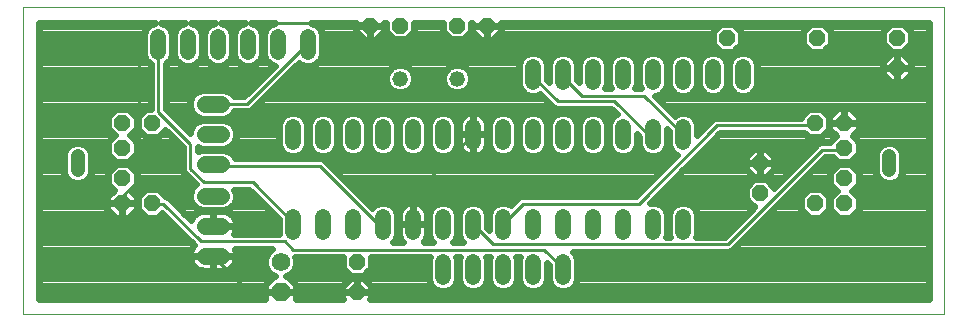
<source format=gbl>
G75*
%MOIN*%
%OFA0B0*%
%FSLAX25Y25*%
%IPPOS*%
%LPD*%
%AMOC8*
5,1,8,0,0,1.08239X$1,22.5*
%
%ADD10C,0.00000*%
%ADD11OC8,0.05200*%
%ADD12OC8,0.06200*%
%ADD13C,0.06200*%
%ADD14C,0.05200*%
%ADD15C,0.05600*%
%ADD16C,0.05200*%
%ADD17OC8,0.05543*%
%ADD18C,0.04756*%
%ADD19C,0.01000*%
%ADD20C,0.02400*%
D10*
X0005345Y0009867D02*
X0005345Y0112229D01*
X0312432Y0112229D01*
X0312432Y0009867D01*
X0005345Y0009867D01*
D11*
X0116595Y0017309D03*
X0116595Y0027309D03*
X0250974Y0050304D03*
X0250974Y0060304D03*
X0296671Y0092070D03*
X0296671Y0102070D03*
X0269926Y0101934D03*
X0239926Y0101934D03*
X0159931Y0106134D03*
X0149931Y0106134D03*
X0130967Y0106134D03*
X0120967Y0106134D03*
D12*
X0091178Y0017339D03*
D13*
X0091178Y0027339D03*
D14*
X0095345Y0037267D02*
X0095345Y0042467D01*
X0105345Y0042467D02*
X0105345Y0037267D01*
X0115345Y0037267D02*
X0115345Y0042467D01*
X0125345Y0042467D02*
X0125345Y0037267D01*
X0135345Y0037267D02*
X0135345Y0042467D01*
X0145345Y0042467D02*
X0145345Y0037267D01*
X0155345Y0037267D02*
X0155345Y0042467D01*
X0165345Y0042467D02*
X0165345Y0037267D01*
X0175345Y0037267D02*
X0175345Y0042467D01*
X0185345Y0042467D02*
X0185345Y0037267D01*
X0195345Y0037267D02*
X0195345Y0042467D01*
X0205345Y0042467D02*
X0205345Y0037267D01*
X0215345Y0037267D02*
X0215345Y0042467D01*
X0225345Y0042467D02*
X0225345Y0037267D01*
X0185345Y0027467D02*
X0185345Y0022267D01*
X0175345Y0022267D02*
X0175345Y0027467D01*
X0165345Y0027467D02*
X0165345Y0022267D01*
X0155345Y0022267D02*
X0155345Y0027467D01*
X0145345Y0027467D02*
X0145345Y0022267D01*
X0145345Y0067267D02*
X0145345Y0072467D01*
X0135345Y0072467D02*
X0135345Y0067267D01*
X0125345Y0067267D02*
X0125345Y0072467D01*
X0115345Y0072467D02*
X0115345Y0067267D01*
X0105345Y0067267D02*
X0105345Y0072467D01*
X0095345Y0072467D02*
X0095345Y0067267D01*
X0155345Y0067267D02*
X0155345Y0072467D01*
X0165345Y0072467D02*
X0165345Y0067267D01*
X0175345Y0067267D02*
X0175345Y0072467D01*
X0185345Y0072467D02*
X0185345Y0067267D01*
X0195345Y0067267D02*
X0195345Y0072467D01*
X0205345Y0072467D02*
X0205345Y0067267D01*
X0215345Y0067267D02*
X0215345Y0072467D01*
X0225345Y0072467D02*
X0225345Y0067267D01*
X0225345Y0087267D02*
X0225345Y0092467D01*
X0215345Y0092467D02*
X0215345Y0087267D01*
X0205345Y0087267D02*
X0205345Y0092467D01*
X0195345Y0092467D02*
X0195345Y0087267D01*
X0185345Y0087267D02*
X0185345Y0092467D01*
X0175345Y0092467D02*
X0175345Y0087267D01*
X0235345Y0087267D02*
X0235345Y0092467D01*
X0245345Y0092467D02*
X0245345Y0087267D01*
X0100345Y0097267D02*
X0100345Y0102467D01*
X0090345Y0102467D02*
X0090345Y0097267D01*
X0080345Y0097267D02*
X0080345Y0102467D01*
X0070345Y0102467D02*
X0070345Y0097267D01*
X0060345Y0097267D02*
X0060345Y0102467D01*
X0050345Y0102467D02*
X0050345Y0097267D01*
D15*
X0065859Y0079915D02*
X0071459Y0079915D01*
X0071459Y0069915D02*
X0065859Y0069915D01*
X0065859Y0059915D02*
X0071459Y0059915D01*
X0071493Y0049371D02*
X0065893Y0049371D01*
X0065893Y0039371D02*
X0071493Y0039371D01*
X0071493Y0029371D02*
X0065893Y0029371D01*
D16*
X0131053Y0088415D03*
X0150053Y0088415D03*
D17*
X0048307Y0073646D03*
X0038465Y0073646D03*
X0038465Y0065378D03*
X0038465Y0055142D03*
X0038465Y0046874D03*
X0048307Y0046874D03*
X0269280Y0046874D03*
X0279123Y0046874D03*
X0279123Y0055142D03*
X0279123Y0065378D03*
X0279123Y0073646D03*
X0269280Y0073646D03*
D18*
X0294084Y0062638D02*
X0294084Y0057882D01*
X0023504Y0057882D02*
X0023504Y0062638D01*
D19*
X0038645Y0049467D02*
X0044045Y0054867D01*
X0044045Y0102567D01*
X0048545Y0107067D01*
X0119645Y0107067D01*
X0120545Y0106167D01*
X0120967Y0106134D01*
X0100345Y0099867D02*
X0099845Y0099867D01*
X0080045Y0080067D01*
X0069245Y0080067D01*
X0068659Y0079915D01*
X0061145Y0066567D02*
X0050345Y0077367D01*
X0050345Y0099867D01*
X0061145Y0066567D02*
X0061145Y0058467D01*
X0065645Y0053967D01*
X0081845Y0053967D01*
X0095345Y0040467D01*
X0095345Y0039867D01*
X0092645Y0034167D02*
X0095345Y0031467D01*
X0179045Y0031467D01*
X0185345Y0025167D01*
X0185345Y0024867D01*
X0161945Y0033267D02*
X0155345Y0039867D01*
X0165345Y0039867D02*
X0165545Y0040467D01*
X0171845Y0046767D01*
X0210545Y0046767D01*
X0236645Y0072867D01*
X0269045Y0072867D01*
X0269280Y0073646D01*
X0271745Y0064767D02*
X0240245Y0033267D01*
X0161945Y0033267D01*
X0135845Y0040467D02*
X0135345Y0039867D01*
X0135845Y0040467D02*
X0135845Y0050367D01*
X0155345Y0069867D01*
X0175445Y0089067D02*
X0183545Y0080967D01*
X0202445Y0080967D01*
X0213245Y0070167D01*
X0215045Y0070167D01*
X0215345Y0069867D01*
X0224945Y0070167D02*
X0225345Y0069867D01*
X0224945Y0070167D02*
X0212345Y0082767D01*
X0191645Y0082767D01*
X0185345Y0089067D01*
X0185345Y0089867D01*
X0175445Y0089067D02*
X0175345Y0089867D01*
X0123245Y0040467D02*
X0104345Y0059367D01*
X0069245Y0059367D01*
X0068659Y0059915D01*
X0038645Y0049467D02*
X0038645Y0047667D01*
X0038465Y0046874D01*
X0048307Y0046874D02*
X0048545Y0046767D01*
X0052145Y0046767D01*
X0064745Y0034167D01*
X0092645Y0034167D01*
X0080045Y0017967D02*
X0069245Y0028767D01*
X0068693Y0029371D01*
X0080045Y0017967D02*
X0090845Y0017967D01*
X0091178Y0017339D01*
X0123245Y0040467D02*
X0125045Y0040467D01*
X0125345Y0039867D01*
X0271745Y0064767D02*
X0278945Y0064767D01*
X0279123Y0065378D01*
D20*
X0283895Y0065032D02*
X0290337Y0065032D01*
X0290372Y0065118D02*
X0289706Y0063509D01*
X0289706Y0057012D01*
X0290372Y0055402D01*
X0291604Y0054171D01*
X0293213Y0053504D01*
X0294954Y0053504D01*
X0296564Y0054171D01*
X0297795Y0055402D01*
X0298462Y0057012D01*
X0298462Y0063509D01*
X0297795Y0065118D01*
X0296564Y0066350D01*
X0294954Y0067016D01*
X0293213Y0067016D01*
X0291604Y0066350D01*
X0290372Y0065118D01*
X0289706Y0062634D02*
X0283127Y0062634D01*
X0283895Y0063402D02*
X0283895Y0067355D01*
X0281879Y0069371D01*
X0284095Y0071587D01*
X0284095Y0073646D01*
X0279123Y0073646D01*
X0279123Y0073646D01*
X0274151Y0073646D01*
X0274151Y0071587D01*
X0276367Y0069371D01*
X0274351Y0067355D01*
X0274351Y0067267D01*
X0271248Y0067267D01*
X0270329Y0066886D01*
X0255574Y0052131D01*
X0255574Y0052209D01*
X0252880Y0054904D01*
X0249069Y0054904D01*
X0246374Y0052209D01*
X0246374Y0048398D01*
X0249069Y0045704D01*
X0249147Y0045704D01*
X0239210Y0035767D01*
X0229703Y0035767D01*
X0229945Y0036352D01*
X0229945Y0043382D01*
X0229245Y0045072D01*
X0227951Y0046366D01*
X0226260Y0047067D01*
X0224430Y0047067D01*
X0222740Y0046366D01*
X0221446Y0045072D01*
X0220745Y0043382D01*
X0220745Y0036352D01*
X0220988Y0035767D01*
X0219703Y0035767D01*
X0219945Y0036352D01*
X0219945Y0043382D01*
X0219245Y0045072D01*
X0217951Y0046366D01*
X0216260Y0047067D01*
X0214430Y0047067D01*
X0214346Y0047032D01*
X0237681Y0070367D01*
X0265812Y0070367D01*
X0267304Y0068874D01*
X0271257Y0068874D01*
X0274052Y0071670D01*
X0274052Y0075623D01*
X0271257Y0078418D01*
X0267304Y0078418D01*
X0264509Y0075623D01*
X0264509Y0075367D01*
X0236148Y0075367D01*
X0235229Y0074986D01*
X0229945Y0069702D01*
X0229945Y0073382D01*
X0229245Y0075072D01*
X0227951Y0076366D01*
X0226260Y0077067D01*
X0224430Y0077067D01*
X0222740Y0076366D01*
X0222510Y0076137D01*
X0215981Y0082667D01*
X0216260Y0082667D01*
X0217951Y0083367D01*
X0219245Y0084661D01*
X0219945Y0086352D01*
X0219945Y0093382D01*
X0219245Y0095072D01*
X0217951Y0096366D01*
X0216260Y0097067D01*
X0214430Y0097067D01*
X0212740Y0096366D01*
X0211446Y0095072D01*
X0210745Y0093382D01*
X0210745Y0086352D01*
X0211195Y0085267D01*
X0209496Y0085267D01*
X0209945Y0086352D01*
X0209945Y0093382D01*
X0209245Y0095072D01*
X0207951Y0096366D01*
X0206260Y0097067D01*
X0204430Y0097067D01*
X0202740Y0096366D01*
X0201446Y0095072D01*
X0200745Y0093382D01*
X0200745Y0086352D01*
X0201195Y0085267D01*
X0199496Y0085267D01*
X0199945Y0086352D01*
X0199945Y0093382D01*
X0199245Y0095072D01*
X0197951Y0096366D01*
X0196260Y0097067D01*
X0194430Y0097067D01*
X0192740Y0096366D01*
X0191446Y0095072D01*
X0190745Y0093382D01*
X0190745Y0087202D01*
X0189945Y0088002D01*
X0189945Y0093382D01*
X0189245Y0095072D01*
X0187951Y0096366D01*
X0186260Y0097067D01*
X0184430Y0097067D01*
X0182740Y0096366D01*
X0181446Y0095072D01*
X0180745Y0093382D01*
X0180745Y0087302D01*
X0179945Y0088102D01*
X0179945Y0093382D01*
X0179245Y0095072D01*
X0177951Y0096366D01*
X0176260Y0097067D01*
X0174430Y0097067D01*
X0172740Y0096366D01*
X0171446Y0095072D01*
X0170745Y0093382D01*
X0170745Y0086352D01*
X0171446Y0084661D01*
X0172740Y0083367D01*
X0174430Y0082667D01*
X0176260Y0082667D01*
X0177710Y0083267D01*
X0182129Y0078847D01*
X0183048Y0078467D01*
X0201410Y0078467D01*
X0203284Y0076592D01*
X0202740Y0076366D01*
X0201446Y0075072D01*
X0200745Y0073382D01*
X0200745Y0066352D01*
X0201446Y0064661D01*
X0202740Y0063367D01*
X0204430Y0062667D01*
X0206260Y0062667D01*
X0207951Y0063367D01*
X0209245Y0064661D01*
X0209945Y0066352D01*
X0209945Y0069931D01*
X0210745Y0069131D01*
X0210745Y0066352D01*
X0211446Y0064661D01*
X0212740Y0063367D01*
X0214430Y0062667D01*
X0216260Y0062667D01*
X0217951Y0063367D01*
X0219245Y0064661D01*
X0219945Y0066352D01*
X0219945Y0071631D01*
X0220745Y0070831D01*
X0220745Y0066352D01*
X0221446Y0064661D01*
X0222740Y0063367D01*
X0223355Y0063112D01*
X0209510Y0049267D01*
X0171348Y0049267D01*
X0170429Y0048886D01*
X0167922Y0046378D01*
X0166260Y0047067D01*
X0164430Y0047067D01*
X0162740Y0046366D01*
X0161446Y0045072D01*
X0160745Y0043382D01*
X0160745Y0038002D01*
X0159945Y0038802D01*
X0159945Y0043382D01*
X0159245Y0045072D01*
X0157951Y0046366D01*
X0156260Y0047067D01*
X0154430Y0047067D01*
X0152740Y0046366D01*
X0151446Y0045072D01*
X0150745Y0043382D01*
X0150745Y0036352D01*
X0151446Y0034661D01*
X0152140Y0033967D01*
X0148551Y0033967D01*
X0149245Y0034661D01*
X0149945Y0036352D01*
X0149945Y0043382D01*
X0149245Y0045072D01*
X0147951Y0046366D01*
X0146260Y0047067D01*
X0144430Y0047067D01*
X0142740Y0046366D01*
X0141446Y0045072D01*
X0140745Y0043382D01*
X0140745Y0036352D01*
X0141446Y0034661D01*
X0142140Y0033967D01*
X0138834Y0033967D01*
X0139007Y0034140D01*
X0139451Y0034751D01*
X0139794Y0035424D01*
X0140027Y0036143D01*
X0140145Y0036889D01*
X0140145Y0039867D01*
X0140145Y0042844D01*
X0140027Y0043591D01*
X0139794Y0044309D01*
X0139451Y0044982D01*
X0139007Y0045594D01*
X0138472Y0046128D01*
X0137861Y0046572D01*
X0137188Y0046915D01*
X0136469Y0047148D01*
X0135723Y0047267D01*
X0135345Y0047267D01*
X0134968Y0047267D01*
X0134221Y0047148D01*
X0133503Y0046915D01*
X0132830Y0046572D01*
X0132218Y0046128D01*
X0131684Y0045594D01*
X0131240Y0044982D01*
X0130897Y0044309D01*
X0130664Y0043591D01*
X0130545Y0042844D01*
X0130545Y0039867D01*
X0135345Y0039867D01*
X0135345Y0047267D01*
X0135345Y0039867D01*
X0135345Y0039867D01*
X0135345Y0039867D01*
X0130545Y0039867D01*
X0130545Y0036889D01*
X0130664Y0036143D01*
X0130897Y0035424D01*
X0131240Y0034751D01*
X0131684Y0034140D01*
X0131857Y0033967D01*
X0128551Y0033967D01*
X0129245Y0034661D01*
X0129945Y0036352D01*
X0129945Y0043382D01*
X0129245Y0045072D01*
X0127951Y0046366D01*
X0126260Y0047067D01*
X0124430Y0047067D01*
X0122740Y0046366D01*
X0121810Y0045437D01*
X0106465Y0060783D01*
X0105761Y0061486D01*
X0104843Y0061867D01*
X0075846Y0061867D01*
X0075528Y0062634D01*
X0154070Y0062634D01*
X0154221Y0062585D02*
X0154968Y0062467D01*
X0155345Y0062467D01*
X0155345Y0069866D01*
X0155345Y0069866D01*
X0155345Y0069867D02*
X0150545Y0069867D01*
X0155345Y0069867D01*
X0155345Y0077267D01*
X0154968Y0077267D01*
X0154221Y0077148D01*
X0153503Y0076915D01*
X0152830Y0076572D01*
X0152218Y0076128D01*
X0151684Y0075594D01*
X0151240Y0074982D01*
X0150897Y0074309D01*
X0150664Y0073591D01*
X0150545Y0072844D01*
X0150545Y0069867D01*
X0150545Y0066889D01*
X0150664Y0066143D01*
X0150897Y0065424D01*
X0151240Y0064751D01*
X0151684Y0064140D01*
X0152218Y0063605D01*
X0152830Y0063161D01*
X0153503Y0062818D01*
X0154221Y0062585D01*
X0155345Y0062634D02*
X0155345Y0062634D01*
X0155345Y0062467D02*
X0155723Y0062467D01*
X0156469Y0062585D01*
X0157188Y0062818D01*
X0157861Y0063161D01*
X0158472Y0063605D01*
X0159007Y0064140D01*
X0159451Y0064751D01*
X0159794Y0065424D01*
X0160027Y0066143D01*
X0160145Y0066889D01*
X0160145Y0069867D01*
X0160145Y0072844D01*
X0160027Y0073591D01*
X0159794Y0074309D01*
X0159451Y0074982D01*
X0159007Y0075594D01*
X0158472Y0076128D01*
X0157861Y0076572D01*
X0157188Y0076915D01*
X0156469Y0077148D01*
X0155723Y0077267D01*
X0155345Y0077267D01*
X0155345Y0069867D01*
X0155345Y0069867D01*
X0155345Y0069867D01*
X0160145Y0069867D01*
X0155345Y0069867D01*
X0155345Y0069867D01*
X0155345Y0069866D02*
X0155345Y0062467D01*
X0156620Y0062634D02*
X0222877Y0062634D01*
X0221292Y0065032D02*
X0219399Y0065032D01*
X0219945Y0067431D02*
X0220745Y0067431D01*
X0220745Y0069829D02*
X0219945Y0069829D01*
X0210745Y0067431D02*
X0209945Y0067431D01*
X0209945Y0069829D02*
X0210047Y0069829D01*
X0200745Y0069829D02*
X0199945Y0069829D01*
X0199945Y0067431D02*
X0200745Y0067431D01*
X0199945Y0066352D02*
X0199245Y0064661D01*
X0197951Y0063367D01*
X0196260Y0062667D01*
X0194430Y0062667D01*
X0192740Y0063367D01*
X0191446Y0064661D01*
X0190745Y0066352D01*
X0190745Y0073382D01*
X0191446Y0075072D01*
X0192740Y0076366D01*
X0194430Y0077067D01*
X0196260Y0077067D01*
X0197951Y0076366D01*
X0199245Y0075072D01*
X0199945Y0073382D01*
X0199945Y0066352D01*
X0199399Y0065032D02*
X0201292Y0065032D01*
X0209399Y0065032D02*
X0211292Y0065032D01*
X0220479Y0060235D02*
X0107012Y0060235D01*
X0106260Y0062667D02*
X0104430Y0062667D01*
X0102740Y0063367D01*
X0101446Y0064661D01*
X0100745Y0066352D01*
X0100745Y0073382D01*
X0101446Y0075072D01*
X0102740Y0076366D01*
X0104430Y0077067D01*
X0106260Y0077067D01*
X0107951Y0076366D01*
X0109245Y0075072D01*
X0109945Y0073382D01*
X0109945Y0066352D01*
X0109245Y0064661D01*
X0107951Y0063367D01*
X0106260Y0062667D01*
X0109399Y0065032D02*
X0111292Y0065032D01*
X0111446Y0064661D02*
X0112740Y0063367D01*
X0114430Y0062667D01*
X0116260Y0062667D01*
X0117951Y0063367D01*
X0119245Y0064661D01*
X0119945Y0066352D01*
X0119945Y0073382D01*
X0119245Y0075072D01*
X0117951Y0076366D01*
X0116260Y0077067D01*
X0114430Y0077067D01*
X0112740Y0076366D01*
X0111446Y0075072D01*
X0110745Y0073382D01*
X0110745Y0066352D01*
X0111446Y0064661D01*
X0110745Y0067431D02*
X0109945Y0067431D01*
X0109945Y0069829D02*
X0110745Y0069829D01*
X0110745Y0072228D02*
X0109945Y0072228D01*
X0109430Y0074626D02*
X0111261Y0074626D01*
X0114330Y0077025D02*
X0106361Y0077025D01*
X0104330Y0077025D02*
X0096361Y0077025D01*
X0096260Y0077067D02*
X0094430Y0077067D01*
X0092740Y0076366D01*
X0091446Y0075072D01*
X0090745Y0073382D01*
X0090745Y0066352D01*
X0091446Y0064661D01*
X0092740Y0063367D01*
X0094430Y0062667D01*
X0096260Y0062667D01*
X0097951Y0063367D01*
X0099245Y0064661D01*
X0099945Y0066352D01*
X0099945Y0073382D01*
X0099245Y0075072D01*
X0097951Y0076366D01*
X0096260Y0077067D01*
X0094330Y0077025D02*
X0075358Y0077025D01*
X0075528Y0077196D02*
X0075682Y0077567D01*
X0080543Y0077567D01*
X0081461Y0077947D01*
X0082165Y0078650D01*
X0097310Y0093796D01*
X0097740Y0093367D01*
X0099430Y0092667D01*
X0101260Y0092667D01*
X0102951Y0093367D01*
X0104245Y0094661D01*
X0104945Y0096352D01*
X0104945Y0103382D01*
X0104245Y0105072D01*
X0102951Y0106366D01*
X0101352Y0107029D01*
X0116167Y0107029D01*
X0116167Y0106134D01*
X0116167Y0104146D01*
X0118979Y0101334D01*
X0120967Y0101334D01*
X0120967Y0106134D01*
X0116167Y0106134D01*
X0120967Y0106134D01*
X0120967Y0106134D01*
X0120967Y0106134D01*
X0120967Y0101334D01*
X0122955Y0101334D01*
X0125767Y0104146D01*
X0125767Y0106134D01*
X0120967Y0106134D01*
X0120967Y0106134D01*
X0125767Y0106134D01*
X0125767Y0107029D01*
X0126367Y0107029D01*
X0126367Y0104229D01*
X0129062Y0101534D01*
X0132872Y0101534D01*
X0135567Y0104229D01*
X0135567Y0107029D01*
X0145331Y0107029D01*
X0145331Y0104229D01*
X0148025Y0101534D01*
X0151836Y0101534D01*
X0154531Y0104229D01*
X0154531Y0107029D01*
X0155131Y0107029D01*
X0155131Y0106134D01*
X0155131Y0104146D01*
X0157943Y0101334D01*
X0159931Y0101334D01*
X0161919Y0101334D01*
X0164731Y0104146D01*
X0164731Y0106134D01*
X0164731Y0107029D01*
X0307232Y0107029D01*
X0307232Y0015067D01*
X0121141Y0015067D01*
X0121395Y0015320D01*
X0121395Y0017309D01*
X0121395Y0019297D01*
X0118583Y0022109D01*
X0116595Y0022109D01*
X0116595Y0017309D01*
X0116595Y0017309D01*
X0121395Y0017309D01*
X0116595Y0017309D01*
X0116595Y0017309D01*
X0116595Y0022109D01*
X0114606Y0022109D01*
X0111795Y0019297D01*
X0111795Y0017309D01*
X0116594Y0017309D01*
X0116594Y0017309D01*
X0111795Y0017309D01*
X0111795Y0015320D01*
X0112048Y0015067D01*
X0096401Y0015067D01*
X0096478Y0015143D01*
X0096478Y0017338D01*
X0091178Y0017338D01*
X0091178Y0017339D01*
X0096478Y0017339D01*
X0096478Y0019534D01*
X0093373Y0022639D01*
X0093158Y0022639D01*
X0094067Y0023015D01*
X0095501Y0024450D01*
X0096278Y0026324D01*
X0096278Y0028353D01*
X0096024Y0028967D01*
X0111995Y0028967D01*
X0111995Y0025403D01*
X0114689Y0022709D01*
X0118500Y0022709D01*
X0121195Y0025403D01*
X0121195Y0028967D01*
X0140988Y0028967D01*
X0140745Y0028382D01*
X0140745Y0021352D01*
X0141446Y0019661D01*
X0142740Y0018367D01*
X0144430Y0017667D01*
X0146260Y0017667D01*
X0147951Y0018367D01*
X0149245Y0019661D01*
X0149945Y0021352D01*
X0149945Y0028382D01*
X0149703Y0028967D01*
X0150988Y0028967D01*
X0150745Y0028382D01*
X0150745Y0021352D01*
X0151446Y0019661D01*
X0152740Y0018367D01*
X0154430Y0017667D01*
X0156260Y0017667D01*
X0157951Y0018367D01*
X0159245Y0019661D01*
X0159945Y0021352D01*
X0159945Y0028382D01*
X0159703Y0028967D01*
X0160988Y0028967D01*
X0160745Y0028382D01*
X0160745Y0021352D01*
X0161446Y0019661D01*
X0162740Y0018367D01*
X0164430Y0017667D01*
X0166260Y0017667D01*
X0167951Y0018367D01*
X0169245Y0019661D01*
X0169945Y0021352D01*
X0169945Y0028382D01*
X0169703Y0028967D01*
X0170988Y0028967D01*
X0170745Y0028382D01*
X0170745Y0021352D01*
X0171446Y0019661D01*
X0172740Y0018367D01*
X0174430Y0017667D01*
X0176260Y0017667D01*
X0177951Y0018367D01*
X0179245Y0019661D01*
X0179945Y0021352D01*
X0179945Y0027031D01*
X0180745Y0026231D01*
X0180745Y0021352D01*
X0181446Y0019661D01*
X0182740Y0018367D01*
X0184430Y0017667D01*
X0186260Y0017667D01*
X0187951Y0018367D01*
X0189245Y0019661D01*
X0189945Y0021352D01*
X0189945Y0028382D01*
X0189245Y0030072D01*
X0188551Y0030767D01*
X0240743Y0030767D01*
X0241661Y0031147D01*
X0242365Y0031850D01*
X0272781Y0062267D01*
X0275487Y0062267D01*
X0277146Y0060607D01*
X0281099Y0060607D01*
X0283895Y0063402D01*
X0283819Y0067431D02*
X0307232Y0067431D01*
X0307232Y0069829D02*
X0282337Y0069829D01*
X0284095Y0072228D02*
X0307232Y0072228D01*
X0307232Y0074626D02*
X0284095Y0074626D01*
X0284095Y0073646D02*
X0284095Y0075705D01*
X0281182Y0078618D01*
X0279123Y0078618D01*
X0277064Y0078618D01*
X0274151Y0075705D01*
X0274151Y0073646D01*
X0279123Y0073646D01*
X0279123Y0073646D01*
X0284095Y0073646D01*
X0279123Y0073646D02*
X0279123Y0073646D01*
X0279123Y0078618D01*
X0279123Y0073646D01*
X0279123Y0074626D02*
X0279123Y0074626D01*
X0274151Y0074626D02*
X0274052Y0074626D01*
X0274052Y0072228D02*
X0274151Y0072228D01*
X0275909Y0069829D02*
X0272212Y0069829D01*
X0274427Y0067431D02*
X0234745Y0067431D01*
X0237144Y0069829D02*
X0266349Y0069829D01*
X0268476Y0065032D02*
X0253034Y0065032D01*
X0252962Y0065104D02*
X0250974Y0065104D01*
X0248986Y0065104D01*
X0246174Y0062292D01*
X0246174Y0060304D01*
X0250974Y0060304D01*
X0250974Y0065104D01*
X0250974Y0060304D01*
X0250974Y0060304D01*
X0250974Y0060304D01*
X0246174Y0060304D01*
X0246174Y0058315D01*
X0248986Y0055504D01*
X0250974Y0055504D01*
X0250974Y0060303D01*
X0250974Y0060303D01*
X0250974Y0055504D01*
X0252962Y0055504D01*
X0255774Y0058315D01*
X0255774Y0060304D01*
X0255774Y0062292D01*
X0252962Y0065104D01*
X0250974Y0065032D02*
X0250974Y0065032D01*
X0248915Y0065032D02*
X0232347Y0065032D01*
X0229948Y0062634D02*
X0246516Y0062634D01*
X0246174Y0060235D02*
X0227550Y0060235D01*
X0225151Y0057837D02*
X0246653Y0057837D01*
X0250974Y0057837D02*
X0250974Y0057837D01*
X0255296Y0057837D02*
X0261280Y0057837D01*
X0263679Y0060235D02*
X0255774Y0060235D01*
X0255774Y0060304D02*
X0250974Y0060304D01*
X0255774Y0060304D01*
X0250974Y0060304D02*
X0250974Y0060304D01*
X0250974Y0060235D02*
X0250974Y0060235D01*
X0250974Y0062634D02*
X0250974Y0062634D01*
X0255432Y0062634D02*
X0266077Y0062634D01*
X0270750Y0060235D02*
X0289706Y0060235D01*
X0289706Y0057837D02*
X0283176Y0057837D01*
X0283895Y0057119D02*
X0281099Y0059914D01*
X0277146Y0059914D01*
X0274351Y0057119D01*
X0274351Y0053166D01*
X0276509Y0051008D01*
X0274351Y0048851D01*
X0274351Y0044898D01*
X0277146Y0042103D01*
X0281099Y0042103D01*
X0283895Y0044898D01*
X0283895Y0048851D01*
X0281737Y0051008D01*
X0283895Y0053166D01*
X0283895Y0057119D01*
X0283895Y0055438D02*
X0290357Y0055438D01*
X0283769Y0053040D02*
X0307232Y0053040D01*
X0307232Y0055438D02*
X0297810Y0055438D01*
X0298462Y0057837D02*
X0307232Y0057837D01*
X0307232Y0060235D02*
X0298462Y0060235D01*
X0298462Y0062634D02*
X0307232Y0062634D01*
X0307232Y0065032D02*
X0297831Y0065032D01*
X0275069Y0057837D02*
X0268351Y0057837D01*
X0265953Y0055438D02*
X0274351Y0055438D01*
X0274477Y0053040D02*
X0263554Y0053040D01*
X0261156Y0050641D02*
X0266299Y0050641D01*
X0267304Y0051646D02*
X0264509Y0048851D01*
X0264509Y0044898D01*
X0267304Y0042103D01*
X0271257Y0042103D01*
X0274052Y0044898D01*
X0274052Y0048851D01*
X0271257Y0051646D01*
X0267304Y0051646D01*
X0272262Y0050641D02*
X0276142Y0050641D01*
X0274351Y0048243D02*
X0274052Y0048243D01*
X0274052Y0045844D02*
X0274351Y0045844D01*
X0275804Y0043446D02*
X0272600Y0043446D01*
X0265961Y0043446D02*
X0253960Y0043446D01*
X0256359Y0045844D02*
X0264509Y0045844D01*
X0264509Y0048243D02*
X0258757Y0048243D01*
X0248928Y0045844D02*
X0228473Y0045844D01*
X0229919Y0043446D02*
X0246889Y0043446D01*
X0244490Y0041047D02*
X0229945Y0041047D01*
X0229945Y0038649D02*
X0242092Y0038649D01*
X0239693Y0036250D02*
X0229903Y0036250D01*
X0220787Y0036250D02*
X0219903Y0036250D01*
X0219945Y0038649D02*
X0220745Y0038649D01*
X0220745Y0041047D02*
X0219945Y0041047D01*
X0219919Y0043446D02*
X0220772Y0043446D01*
X0222218Y0045844D02*
X0218473Y0045844D01*
X0215557Y0048243D02*
X0246530Y0048243D01*
X0246374Y0050641D02*
X0217956Y0050641D01*
X0220354Y0053040D02*
X0247205Y0053040D01*
X0254743Y0053040D02*
X0256483Y0053040D01*
X0258882Y0055438D02*
X0222753Y0055438D01*
X0218080Y0057837D02*
X0109411Y0057837D01*
X0111809Y0055438D02*
X0215682Y0055438D01*
X0213283Y0053040D02*
X0114208Y0053040D01*
X0116606Y0050641D02*
X0210885Y0050641D01*
X0187951Y0063367D02*
X0186260Y0062667D01*
X0184430Y0062667D01*
X0182740Y0063367D01*
X0181446Y0064661D01*
X0180745Y0066352D01*
X0180745Y0073382D01*
X0181446Y0075072D01*
X0182740Y0076366D01*
X0184430Y0077067D01*
X0186260Y0077067D01*
X0187951Y0076366D01*
X0189245Y0075072D01*
X0189945Y0073382D01*
X0189945Y0066352D01*
X0189245Y0064661D01*
X0187951Y0063367D01*
X0189399Y0065032D02*
X0191292Y0065032D01*
X0190745Y0067431D02*
X0189945Y0067431D01*
X0189945Y0069829D02*
X0190745Y0069829D01*
X0190745Y0072228D02*
X0189945Y0072228D01*
X0189430Y0074626D02*
X0191261Y0074626D01*
X0194330Y0077025D02*
X0186361Y0077025D01*
X0184330Y0077025D02*
X0176361Y0077025D01*
X0176260Y0077067D02*
X0174430Y0077067D01*
X0172740Y0076366D01*
X0171446Y0075072D01*
X0170745Y0073382D01*
X0170745Y0066352D01*
X0171446Y0064661D01*
X0172740Y0063367D01*
X0174430Y0062667D01*
X0176260Y0062667D01*
X0177951Y0063367D01*
X0179245Y0064661D01*
X0179945Y0066352D01*
X0179945Y0073382D01*
X0179245Y0075072D01*
X0177951Y0076366D01*
X0176260Y0077067D01*
X0174330Y0077025D02*
X0166361Y0077025D01*
X0166260Y0077067D02*
X0164430Y0077067D01*
X0162740Y0076366D01*
X0161446Y0075072D01*
X0160745Y0073382D01*
X0160745Y0066352D01*
X0161446Y0064661D01*
X0162740Y0063367D01*
X0164430Y0062667D01*
X0166260Y0062667D01*
X0167951Y0063367D01*
X0169245Y0064661D01*
X0169945Y0066352D01*
X0169945Y0073382D01*
X0169245Y0075072D01*
X0167951Y0076366D01*
X0166260Y0077067D01*
X0164330Y0077025D02*
X0156849Y0077025D01*
X0155345Y0077025D02*
X0155345Y0077025D01*
X0153841Y0077025D02*
X0146361Y0077025D01*
X0146260Y0077067D02*
X0144430Y0077067D01*
X0142740Y0076366D01*
X0141446Y0075072D01*
X0140745Y0073382D01*
X0140745Y0066352D01*
X0141446Y0064661D01*
X0142740Y0063367D01*
X0144430Y0062667D01*
X0146260Y0062667D01*
X0147951Y0063367D01*
X0149245Y0064661D01*
X0149945Y0066352D01*
X0149945Y0073382D01*
X0149245Y0075072D01*
X0147951Y0076366D01*
X0146260Y0077067D01*
X0144330Y0077025D02*
X0136361Y0077025D01*
X0136260Y0077067D02*
X0134430Y0077067D01*
X0132740Y0076366D01*
X0131446Y0075072D01*
X0130745Y0073382D01*
X0130745Y0066352D01*
X0131446Y0064661D01*
X0132740Y0063367D01*
X0134430Y0062667D01*
X0136260Y0062667D01*
X0137951Y0063367D01*
X0139245Y0064661D01*
X0139945Y0066352D01*
X0139945Y0073382D01*
X0139245Y0075072D01*
X0137951Y0076366D01*
X0136260Y0077067D01*
X0134330Y0077025D02*
X0126361Y0077025D01*
X0126260Y0077067D02*
X0124430Y0077067D01*
X0122740Y0076366D01*
X0121446Y0075072D01*
X0120745Y0073382D01*
X0120745Y0066352D01*
X0121446Y0064661D01*
X0122740Y0063367D01*
X0124430Y0062667D01*
X0126260Y0062667D01*
X0127951Y0063367D01*
X0129245Y0064661D01*
X0129945Y0066352D01*
X0129945Y0073382D01*
X0129245Y0075072D01*
X0127951Y0076366D01*
X0126260Y0077067D01*
X0124330Y0077025D02*
X0116361Y0077025D01*
X0119430Y0074626D02*
X0121261Y0074626D01*
X0120745Y0072228D02*
X0119945Y0072228D01*
X0119945Y0069829D02*
X0120745Y0069829D01*
X0120745Y0067431D02*
X0119945Y0067431D01*
X0119399Y0065032D02*
X0121292Y0065032D01*
X0129399Y0065032D02*
X0131292Y0065032D01*
X0130745Y0067431D02*
X0129945Y0067431D01*
X0129945Y0069829D02*
X0130745Y0069829D01*
X0130745Y0072228D02*
X0129945Y0072228D01*
X0129430Y0074626D02*
X0131261Y0074626D01*
X0139430Y0074626D02*
X0141261Y0074626D01*
X0140745Y0072228D02*
X0139945Y0072228D01*
X0139945Y0069829D02*
X0140745Y0069829D01*
X0140745Y0067431D02*
X0139945Y0067431D01*
X0139399Y0065032D02*
X0141292Y0065032D01*
X0149399Y0065032D02*
X0151097Y0065032D01*
X0155345Y0065032D02*
X0155345Y0065032D01*
X0155345Y0067431D02*
X0155345Y0067431D01*
X0150545Y0067431D02*
X0149945Y0067431D01*
X0149945Y0069829D02*
X0150545Y0069829D01*
X0155345Y0069829D02*
X0155345Y0069829D01*
X0155345Y0072228D02*
X0155345Y0072228D01*
X0150545Y0072228D02*
X0149945Y0072228D01*
X0149430Y0074626D02*
X0151059Y0074626D01*
X0155345Y0074626D02*
X0155345Y0074626D01*
X0159632Y0074626D02*
X0161261Y0074626D01*
X0160745Y0072228D02*
X0160145Y0072228D01*
X0160145Y0069829D02*
X0160745Y0069829D01*
X0160745Y0067431D02*
X0160145Y0067431D01*
X0159594Y0065032D02*
X0161292Y0065032D01*
X0169399Y0065032D02*
X0171292Y0065032D01*
X0170745Y0067431D02*
X0169945Y0067431D01*
X0169945Y0069829D02*
X0170745Y0069829D01*
X0170745Y0072228D02*
X0169945Y0072228D01*
X0169430Y0074626D02*
X0171261Y0074626D01*
X0179430Y0074626D02*
X0181261Y0074626D01*
X0180745Y0072228D02*
X0179945Y0072228D01*
X0179945Y0069829D02*
X0180745Y0069829D01*
X0180745Y0067431D02*
X0179945Y0067431D01*
X0179399Y0065032D02*
X0181292Y0065032D01*
X0199945Y0072228D02*
X0200745Y0072228D01*
X0201261Y0074626D02*
X0199430Y0074626D01*
X0196361Y0077025D02*
X0202851Y0077025D01*
X0216826Y0081822D02*
X0307232Y0081822D01*
X0307232Y0084220D02*
X0248805Y0084220D01*
X0249245Y0084661D02*
X0249945Y0086352D01*
X0249945Y0093382D01*
X0249245Y0095072D01*
X0247951Y0096366D01*
X0246260Y0097067D01*
X0244430Y0097067D01*
X0242740Y0096366D01*
X0241446Y0095072D01*
X0240745Y0093382D01*
X0240745Y0086352D01*
X0241446Y0084661D01*
X0242740Y0083367D01*
X0244430Y0082667D01*
X0246260Y0082667D01*
X0247951Y0083367D01*
X0249245Y0084661D01*
X0249945Y0086619D02*
X0307232Y0086619D01*
X0307232Y0089017D02*
X0300406Y0089017D01*
X0301471Y0090082D02*
X0298659Y0087270D01*
X0296671Y0087270D01*
X0296671Y0092070D01*
X0296671Y0092070D01*
X0301471Y0092070D01*
X0301471Y0090082D01*
X0301471Y0091416D02*
X0307232Y0091416D01*
X0307232Y0093814D02*
X0301471Y0093814D01*
X0301471Y0094058D02*
X0298659Y0096870D01*
X0296671Y0096870D01*
X0296671Y0092070D01*
X0301471Y0092070D01*
X0301471Y0094058D01*
X0296671Y0093814D02*
X0296671Y0093814D01*
X0296671Y0092070D02*
X0296671Y0096870D01*
X0294683Y0096870D01*
X0291871Y0094058D01*
X0291871Y0092070D01*
X0291871Y0090082D01*
X0294683Y0087270D01*
X0296671Y0087270D01*
X0296671Y0092070D01*
X0296671Y0092070D01*
X0296671Y0092070D01*
X0291871Y0092070D01*
X0296671Y0092070D01*
X0296671Y0092070D01*
X0296671Y0091416D02*
X0296671Y0091416D01*
X0296671Y0089017D02*
X0296671Y0089017D01*
X0292935Y0089017D02*
X0249945Y0089017D01*
X0249945Y0091416D02*
X0291871Y0091416D01*
X0291871Y0093814D02*
X0249766Y0093814D01*
X0248104Y0096213D02*
X0294025Y0096213D01*
X0294765Y0097470D02*
X0298576Y0097470D01*
X0301271Y0100165D01*
X0301271Y0103975D01*
X0298576Y0106670D01*
X0294765Y0106670D01*
X0292071Y0103975D01*
X0292071Y0100165D01*
X0294765Y0097470D01*
X0293624Y0098612D02*
X0273109Y0098612D01*
X0271832Y0097334D02*
X0268021Y0097334D01*
X0265326Y0100028D01*
X0265326Y0103839D01*
X0268021Y0106534D01*
X0271832Y0106534D01*
X0274526Y0103839D01*
X0274526Y0100028D01*
X0271832Y0097334D01*
X0266743Y0098612D02*
X0243109Y0098612D01*
X0241832Y0097334D02*
X0244526Y0100028D01*
X0244526Y0103839D01*
X0241832Y0106534D01*
X0238021Y0106534D01*
X0235326Y0103839D01*
X0235326Y0100028D01*
X0238021Y0097334D01*
X0241832Y0097334D01*
X0242586Y0096213D02*
X0238104Y0096213D01*
X0237951Y0096366D02*
X0236260Y0097067D01*
X0234430Y0097067D01*
X0232740Y0096366D01*
X0231446Y0095072D01*
X0230745Y0093382D01*
X0230745Y0086352D01*
X0231446Y0084661D01*
X0232740Y0083367D01*
X0234430Y0082667D01*
X0236260Y0082667D01*
X0237951Y0083367D01*
X0239245Y0084661D01*
X0239945Y0086352D01*
X0239945Y0093382D01*
X0239245Y0095072D01*
X0237951Y0096366D01*
X0232586Y0096213D02*
X0228104Y0096213D01*
X0227951Y0096366D02*
X0226260Y0097067D01*
X0224430Y0097067D01*
X0222740Y0096366D01*
X0221446Y0095072D01*
X0220745Y0093382D01*
X0220745Y0086352D01*
X0221446Y0084661D01*
X0222740Y0083367D01*
X0224430Y0082667D01*
X0226260Y0082667D01*
X0227951Y0083367D01*
X0229245Y0084661D01*
X0229945Y0086352D01*
X0229945Y0093382D01*
X0229245Y0095072D01*
X0227951Y0096366D01*
X0222586Y0096213D02*
X0218104Y0096213D01*
X0219766Y0093814D02*
X0220925Y0093814D01*
X0220745Y0091416D02*
X0219945Y0091416D01*
X0219945Y0089017D02*
X0220745Y0089017D01*
X0220745Y0086619D02*
X0219945Y0086619D01*
X0218805Y0084220D02*
X0221886Y0084220D01*
X0228805Y0084220D02*
X0231886Y0084220D01*
X0230745Y0086619D02*
X0229945Y0086619D01*
X0229945Y0089017D02*
X0230745Y0089017D01*
X0230745Y0091416D02*
X0229945Y0091416D01*
X0229766Y0093814D02*
X0230925Y0093814D01*
X0239766Y0093814D02*
X0240925Y0093814D01*
X0240745Y0091416D02*
X0239945Y0091416D01*
X0239945Y0089017D02*
X0240745Y0089017D01*
X0240745Y0086619D02*
X0239945Y0086619D01*
X0238805Y0084220D02*
X0241886Y0084220D01*
X0226361Y0077025D02*
X0265911Y0077025D01*
X0272650Y0077025D02*
X0275471Y0077025D01*
X0279123Y0077025D02*
X0279123Y0077025D01*
X0282775Y0077025D02*
X0307232Y0077025D01*
X0307232Y0079423D02*
X0219224Y0079423D01*
X0221623Y0077025D02*
X0224330Y0077025D01*
X0229430Y0074626D02*
X0234870Y0074626D01*
X0232471Y0072228D02*
X0229945Y0072228D01*
X0229945Y0069829D02*
X0230073Y0069829D01*
X0210745Y0086619D02*
X0209945Y0086619D01*
X0209945Y0089017D02*
X0210745Y0089017D01*
X0210745Y0091416D02*
X0209945Y0091416D01*
X0209766Y0093814D02*
X0210925Y0093814D01*
X0212586Y0096213D02*
X0208104Y0096213D01*
X0202586Y0096213D02*
X0198104Y0096213D01*
X0199766Y0093814D02*
X0200925Y0093814D01*
X0200745Y0091416D02*
X0199945Y0091416D01*
X0199945Y0089017D02*
X0200745Y0089017D01*
X0200745Y0086619D02*
X0199945Y0086619D01*
X0190745Y0089017D02*
X0189945Y0089017D01*
X0189945Y0091416D02*
X0190745Y0091416D01*
X0190925Y0093814D02*
X0189766Y0093814D01*
X0188104Y0096213D02*
X0192586Y0096213D01*
X0182586Y0096213D02*
X0178104Y0096213D01*
X0179766Y0093814D02*
X0180925Y0093814D01*
X0180745Y0091416D02*
X0179945Y0091416D01*
X0179945Y0089017D02*
X0180745Y0089017D01*
X0170745Y0089017D02*
X0154653Y0089017D01*
X0154653Y0089330D02*
X0153952Y0091021D01*
X0152658Y0092315D01*
X0150968Y0093015D01*
X0149138Y0093015D01*
X0147447Y0092315D01*
X0146153Y0091021D01*
X0145453Y0089330D01*
X0145453Y0087500D01*
X0146153Y0085809D01*
X0147447Y0084515D01*
X0149138Y0083815D01*
X0150968Y0083815D01*
X0152658Y0084515D01*
X0153952Y0085809D01*
X0154653Y0087500D01*
X0154653Y0089330D01*
X0153557Y0091416D02*
X0170745Y0091416D01*
X0170925Y0093814D02*
X0103399Y0093814D01*
X0104888Y0096213D02*
X0172586Y0096213D01*
X0159931Y0101334D02*
X0159931Y0106134D01*
X0159931Y0106134D01*
X0164731Y0106134D01*
X0159931Y0106134D01*
X0159931Y0106134D01*
X0159931Y0101334D01*
X0159931Y0103409D02*
X0159931Y0103409D01*
X0163994Y0103409D02*
X0235326Y0103409D01*
X0235326Y0101010D02*
X0104945Y0101010D01*
X0104945Y0098612D02*
X0236743Y0098612D01*
X0244526Y0101010D02*
X0265326Y0101010D01*
X0265326Y0103409D02*
X0244526Y0103409D01*
X0242558Y0105807D02*
X0267294Y0105807D01*
X0272558Y0105807D02*
X0293902Y0105807D01*
X0292071Y0103409D02*
X0274526Y0103409D01*
X0274526Y0101010D02*
X0292071Y0101010D01*
X0299718Y0098612D02*
X0307232Y0098612D01*
X0307232Y0101010D02*
X0301271Y0101010D01*
X0301271Y0103409D02*
X0307232Y0103409D01*
X0307232Y0105807D02*
X0299439Y0105807D01*
X0299316Y0096213D02*
X0307232Y0096213D01*
X0296671Y0096213D02*
X0296671Y0096213D01*
X0237294Y0105807D02*
X0164731Y0105807D01*
X0159931Y0105807D02*
X0159931Y0105807D01*
X0159931Y0106134D02*
X0155131Y0106134D01*
X0159931Y0106134D01*
X0159931Y0106134D01*
X0155131Y0105807D02*
X0154531Y0105807D01*
X0153711Y0103409D02*
X0155868Y0103409D01*
X0146151Y0103409D02*
X0134747Y0103409D01*
X0135567Y0105807D02*
X0145331Y0105807D01*
X0127187Y0103409D02*
X0125030Y0103409D01*
X0120967Y0103409D02*
X0120967Y0103409D01*
X0120967Y0105807D02*
X0120967Y0105807D01*
X0125767Y0105807D02*
X0126367Y0105807D01*
X0116904Y0103409D02*
X0104934Y0103409D01*
X0103510Y0105807D02*
X0116167Y0105807D01*
X0089339Y0107029D02*
X0087740Y0106366D01*
X0086446Y0105072D01*
X0085745Y0103382D01*
X0085745Y0096352D01*
X0086446Y0094661D01*
X0087740Y0093367D01*
X0089204Y0092760D01*
X0079010Y0082567D01*
X0075556Y0082567D01*
X0075528Y0082634D01*
X0074178Y0083984D01*
X0072414Y0084715D01*
X0064904Y0084715D01*
X0063140Y0083984D01*
X0061790Y0082634D01*
X0061059Y0080870D01*
X0061059Y0078960D01*
X0061790Y0077196D01*
X0063140Y0075846D01*
X0064904Y0075115D01*
X0072414Y0075115D01*
X0074178Y0075846D01*
X0075528Y0077196D01*
X0074178Y0073984D02*
X0072414Y0074715D01*
X0064904Y0074715D01*
X0063140Y0073984D01*
X0061790Y0072634D01*
X0061059Y0070870D01*
X0061059Y0070188D01*
X0052845Y0078402D01*
X0052845Y0093323D01*
X0052951Y0093367D01*
X0054245Y0094661D01*
X0054945Y0096352D01*
X0054945Y0103382D01*
X0054245Y0105072D01*
X0052951Y0106366D01*
X0051352Y0107029D01*
X0059339Y0107029D01*
X0057740Y0106366D01*
X0056446Y0105072D01*
X0055745Y0103382D01*
X0055745Y0096352D01*
X0056446Y0094661D01*
X0057740Y0093367D01*
X0059430Y0092667D01*
X0061260Y0092667D01*
X0062951Y0093367D01*
X0064245Y0094661D01*
X0064945Y0096352D01*
X0064945Y0103382D01*
X0064245Y0105072D01*
X0062951Y0106366D01*
X0061352Y0107029D01*
X0069339Y0107029D01*
X0067740Y0106366D01*
X0066446Y0105072D01*
X0065745Y0103382D01*
X0065745Y0096352D01*
X0066446Y0094661D01*
X0067740Y0093367D01*
X0069430Y0092667D01*
X0071260Y0092667D01*
X0072951Y0093367D01*
X0074245Y0094661D01*
X0074945Y0096352D01*
X0074945Y0103382D01*
X0074245Y0105072D01*
X0072951Y0106366D01*
X0071352Y0107029D01*
X0079339Y0107029D01*
X0077740Y0106366D01*
X0076446Y0105072D01*
X0075745Y0103382D01*
X0075745Y0096352D01*
X0076446Y0094661D01*
X0077740Y0093367D01*
X0079430Y0092667D01*
X0081260Y0092667D01*
X0082951Y0093367D01*
X0084245Y0094661D01*
X0084945Y0096352D01*
X0084945Y0103382D01*
X0084245Y0105072D01*
X0082951Y0106366D01*
X0081352Y0107029D01*
X0089339Y0107029D01*
X0087180Y0105807D02*
X0083510Y0105807D01*
X0084934Y0103409D02*
X0085757Y0103409D01*
X0085745Y0101010D02*
X0084945Y0101010D01*
X0084945Y0098612D02*
X0085745Y0098612D01*
X0085803Y0096213D02*
X0084888Y0096213D01*
X0083399Y0093814D02*
X0087292Y0093814D01*
X0087859Y0091416D02*
X0052845Y0091416D01*
X0047845Y0091416D02*
X0010545Y0091416D01*
X0010545Y0093814D02*
X0047292Y0093814D01*
X0047740Y0093367D02*
X0046446Y0094661D01*
X0045745Y0096352D01*
X0045745Y0103382D01*
X0046446Y0105072D01*
X0047740Y0106366D01*
X0049339Y0107029D01*
X0010545Y0107029D01*
X0010545Y0015067D01*
X0085954Y0015067D01*
X0085878Y0015143D01*
X0085878Y0017338D01*
X0091178Y0017338D01*
X0091178Y0017339D01*
X0085878Y0017339D01*
X0085878Y0019534D01*
X0088982Y0022639D01*
X0089198Y0022639D01*
X0088289Y0023015D01*
X0086854Y0024450D01*
X0086078Y0026324D01*
X0086078Y0028353D01*
X0086854Y0030227D01*
X0088289Y0031662D01*
X0088300Y0031667D01*
X0075935Y0031667D01*
X0076127Y0031290D01*
X0076370Y0030542D01*
X0076493Y0029764D01*
X0076493Y0029371D01*
X0068694Y0029371D01*
X0068694Y0029371D01*
X0076493Y0029371D01*
X0076493Y0028977D01*
X0076370Y0028200D01*
X0076127Y0027452D01*
X0075770Y0026750D01*
X0075307Y0026114D01*
X0074751Y0025557D01*
X0074114Y0025095D01*
X0073413Y0024737D01*
X0072664Y0024494D01*
X0071887Y0024371D01*
X0068694Y0024371D01*
X0068694Y0029371D01*
X0068693Y0029371D01*
X0068693Y0029371D01*
X0060893Y0029371D01*
X0060893Y0029764D01*
X0061017Y0030542D01*
X0061260Y0031290D01*
X0061617Y0031992D01*
X0062080Y0032628D01*
X0062414Y0032962D01*
X0051779Y0043598D01*
X0050284Y0042103D01*
X0046331Y0042103D01*
X0043535Y0044898D01*
X0043535Y0048851D01*
X0046331Y0051646D01*
X0050284Y0051646D01*
X0052678Y0049252D01*
X0053561Y0048886D01*
X0061235Y0041213D01*
X0061260Y0041290D01*
X0061617Y0041992D01*
X0062080Y0042628D01*
X0062636Y0043185D01*
X0063273Y0043647D01*
X0063974Y0044005D01*
X0064723Y0044248D01*
X0065500Y0044371D01*
X0068693Y0044371D01*
X0068693Y0039371D01*
X0068694Y0039371D01*
X0076493Y0039371D01*
X0076493Y0039764D01*
X0076370Y0040542D01*
X0076127Y0041290D01*
X0075770Y0041992D01*
X0075307Y0042628D01*
X0074751Y0043185D01*
X0074114Y0043647D01*
X0073413Y0044005D01*
X0072664Y0044248D01*
X0071887Y0044371D01*
X0068694Y0044371D01*
X0068694Y0039371D01*
X0068694Y0039371D01*
X0076493Y0039371D01*
X0076493Y0038977D01*
X0076370Y0038200D01*
X0076127Y0037452D01*
X0075770Y0036750D01*
X0075709Y0036667D01*
X0090745Y0036667D01*
X0090745Y0041531D01*
X0080810Y0051467D01*
X0075821Y0051467D01*
X0076293Y0050326D01*
X0076293Y0048416D01*
X0075563Y0046652D01*
X0074212Y0045302D01*
X0072448Y0044571D01*
X0064939Y0044571D01*
X0063174Y0045302D01*
X0061824Y0046652D01*
X0061093Y0048416D01*
X0061093Y0050326D01*
X0061824Y0052090D01*
X0062905Y0053171D01*
X0059026Y0057050D01*
X0058645Y0057969D01*
X0058645Y0065531D01*
X0052793Y0071384D01*
X0050284Y0068874D01*
X0046331Y0068874D01*
X0043535Y0071670D01*
X0043535Y0075623D01*
X0046331Y0078418D01*
X0047845Y0078418D01*
X0047845Y0093323D01*
X0047740Y0093367D01*
X0053399Y0093814D02*
X0057292Y0093814D01*
X0063399Y0093814D02*
X0067292Y0093814D01*
X0065803Y0096213D02*
X0064888Y0096213D01*
X0064945Y0098612D02*
X0065745Y0098612D01*
X0065745Y0101010D02*
X0064945Y0101010D01*
X0064934Y0103409D02*
X0065757Y0103409D01*
X0067180Y0105807D02*
X0063510Y0105807D01*
X0057180Y0105807D02*
X0053510Y0105807D01*
X0054934Y0103409D02*
X0055757Y0103409D01*
X0055745Y0101010D02*
X0054945Y0101010D01*
X0054945Y0098612D02*
X0055745Y0098612D01*
X0055803Y0096213D02*
X0054888Y0096213D01*
X0045803Y0096213D02*
X0010545Y0096213D01*
X0010545Y0098612D02*
X0045745Y0098612D01*
X0045745Y0101010D02*
X0010545Y0101010D01*
X0010545Y0103409D02*
X0045757Y0103409D01*
X0047180Y0105807D02*
X0010545Y0105807D01*
X0010545Y0089017D02*
X0047845Y0089017D01*
X0052845Y0089017D02*
X0085461Y0089017D01*
X0083062Y0086619D02*
X0052845Y0086619D01*
X0047845Y0086619D02*
X0010545Y0086619D01*
X0010545Y0084220D02*
X0047845Y0084220D01*
X0052845Y0084220D02*
X0063711Y0084220D01*
X0061454Y0081822D02*
X0052845Y0081822D01*
X0047845Y0081822D02*
X0010545Y0081822D01*
X0010545Y0079423D02*
X0047845Y0079423D01*
X0052845Y0079423D02*
X0061059Y0079423D01*
X0061961Y0077025D02*
X0054223Y0077025D01*
X0056621Y0074626D02*
X0064691Y0074626D01*
X0061622Y0072228D02*
X0059020Y0072228D01*
X0054347Y0069829D02*
X0051238Y0069829D01*
X0045376Y0069829D02*
X0041396Y0069829D01*
X0041079Y0069512D02*
X0043236Y0071670D01*
X0043236Y0075623D01*
X0040441Y0078418D01*
X0036488Y0078418D01*
X0033693Y0075623D01*
X0033693Y0071670D01*
X0035850Y0069512D01*
X0033693Y0067355D01*
X0033693Y0063402D01*
X0036488Y0060607D01*
X0040441Y0060607D01*
X0043236Y0063402D01*
X0043236Y0067355D01*
X0041079Y0069512D01*
X0035533Y0069829D02*
X0010545Y0069829D01*
X0010545Y0067431D02*
X0033769Y0067431D01*
X0033693Y0065032D02*
X0027251Y0065032D01*
X0027215Y0065118D02*
X0025984Y0066350D01*
X0024375Y0067016D01*
X0022633Y0067016D01*
X0021024Y0066350D01*
X0019792Y0065118D01*
X0019126Y0063509D01*
X0019126Y0057012D01*
X0019792Y0055402D01*
X0021024Y0054171D01*
X0022633Y0053504D01*
X0024375Y0053504D01*
X0025984Y0054171D01*
X0027215Y0055402D01*
X0027882Y0057012D01*
X0027882Y0063509D01*
X0027215Y0065118D01*
X0027882Y0062634D02*
X0034461Y0062634D01*
X0036488Y0059914D02*
X0033693Y0057119D01*
X0033693Y0053166D01*
X0035709Y0051150D01*
X0033493Y0048934D01*
X0033493Y0046875D01*
X0038464Y0046875D01*
X0038464Y0046874D01*
X0033493Y0046874D01*
X0033493Y0044815D01*
X0036405Y0041903D01*
X0038464Y0041903D01*
X0038464Y0046874D01*
X0038465Y0046874D01*
X0038465Y0046875D01*
X0043436Y0046875D01*
X0043436Y0048934D01*
X0041220Y0051150D01*
X0043236Y0053166D01*
X0043236Y0057119D01*
X0040441Y0059914D01*
X0036488Y0059914D01*
X0034411Y0057837D02*
X0027882Y0057837D01*
X0027882Y0060235D02*
X0058645Y0060235D01*
X0058700Y0057837D02*
X0042518Y0057837D01*
X0043236Y0055438D02*
X0060638Y0055438D01*
X0062774Y0053040D02*
X0043110Y0053040D01*
X0041729Y0050641D02*
X0045326Y0050641D01*
X0043535Y0048243D02*
X0043436Y0048243D01*
X0043436Y0046874D02*
X0038465Y0046874D01*
X0038465Y0041903D01*
X0040524Y0041903D01*
X0043436Y0044815D01*
X0043436Y0046874D01*
X0043436Y0045844D02*
X0043535Y0045844D01*
X0038465Y0045844D02*
X0038464Y0045844D01*
X0038464Y0043446D02*
X0038465Y0043446D01*
X0042067Y0043446D02*
X0044988Y0043446D01*
X0051626Y0043446D02*
X0051931Y0043446D01*
X0054329Y0041047D02*
X0010545Y0041047D01*
X0010545Y0038649D02*
X0056728Y0038649D01*
X0059126Y0036250D02*
X0010545Y0036250D01*
X0010545Y0033852D02*
X0061525Y0033852D01*
X0061343Y0031453D02*
X0010545Y0031453D01*
X0010545Y0029055D02*
X0060893Y0029055D01*
X0060893Y0028977D02*
X0061017Y0028200D01*
X0061260Y0027452D01*
X0061617Y0026750D01*
X0062080Y0026114D01*
X0062636Y0025557D01*
X0063273Y0025095D01*
X0063974Y0024737D01*
X0064723Y0024494D01*
X0065500Y0024371D01*
X0068693Y0024371D01*
X0068693Y0029371D01*
X0060893Y0029371D01*
X0060893Y0028977D01*
X0061685Y0026656D02*
X0010545Y0026656D01*
X0010545Y0024258D02*
X0087046Y0024258D01*
X0086078Y0026656D02*
X0075701Y0026656D01*
X0076493Y0029055D02*
X0086368Y0029055D01*
X0088080Y0031453D02*
X0076044Y0031453D01*
X0068694Y0029055D02*
X0068693Y0029055D01*
X0068693Y0026656D02*
X0068694Y0026656D01*
X0085878Y0019461D02*
X0010545Y0019461D01*
X0010545Y0021859D02*
X0088203Y0021859D01*
X0094152Y0021859D02*
X0114357Y0021859D01*
X0116595Y0021859D02*
X0116595Y0021859D01*
X0118832Y0021859D02*
X0140745Y0021859D01*
X0140745Y0024258D02*
X0120049Y0024258D01*
X0121195Y0026656D02*
X0140745Y0026656D01*
X0149945Y0026656D02*
X0150745Y0026656D01*
X0150745Y0024258D02*
X0149945Y0024258D01*
X0149945Y0021859D02*
X0150745Y0021859D01*
X0151646Y0019461D02*
X0149045Y0019461D01*
X0141646Y0019461D02*
X0121231Y0019461D01*
X0121395Y0017062D02*
X0307232Y0017062D01*
X0307232Y0019461D02*
X0189045Y0019461D01*
X0189945Y0021859D02*
X0307232Y0021859D01*
X0307232Y0024258D02*
X0189945Y0024258D01*
X0189945Y0026656D02*
X0307232Y0026656D01*
X0307232Y0029055D02*
X0189667Y0029055D01*
X0180320Y0026656D02*
X0179945Y0026656D01*
X0179945Y0024258D02*
X0180745Y0024258D01*
X0180745Y0021859D02*
X0179945Y0021859D01*
X0179045Y0019461D02*
X0181646Y0019461D01*
X0171646Y0019461D02*
X0169045Y0019461D01*
X0169945Y0021859D02*
X0170745Y0021859D01*
X0170745Y0024258D02*
X0169945Y0024258D01*
X0169945Y0026656D02*
X0170745Y0026656D01*
X0160745Y0026656D02*
X0159945Y0026656D01*
X0159945Y0024258D02*
X0160745Y0024258D01*
X0160745Y0021859D02*
X0159945Y0021859D01*
X0159045Y0019461D02*
X0161646Y0019461D01*
X0150787Y0036250D02*
X0149903Y0036250D01*
X0149945Y0038649D02*
X0150745Y0038649D01*
X0150745Y0041047D02*
X0149945Y0041047D01*
X0149919Y0043446D02*
X0150772Y0043446D01*
X0152218Y0045844D02*
X0148473Y0045844D01*
X0142218Y0045844D02*
X0138756Y0045844D01*
X0135345Y0045844D02*
X0135345Y0045844D01*
X0131935Y0045844D02*
X0128473Y0045844D01*
X0129919Y0043446D02*
X0130641Y0043446D01*
X0135345Y0043446D02*
X0135345Y0043446D01*
X0135345Y0041047D02*
X0135345Y0041047D01*
X0135345Y0039867D02*
X0140145Y0039867D01*
X0135345Y0039867D01*
X0135345Y0039867D01*
X0130545Y0041047D02*
X0129945Y0041047D01*
X0129945Y0038649D02*
X0130545Y0038649D01*
X0130646Y0036250D02*
X0129903Y0036250D01*
X0140044Y0036250D02*
X0140787Y0036250D01*
X0140745Y0038649D02*
X0140145Y0038649D01*
X0140145Y0041047D02*
X0140745Y0041047D01*
X0140772Y0043446D02*
X0140050Y0043446D01*
X0158473Y0045844D02*
X0162218Y0045844D01*
X0160772Y0043446D02*
X0159919Y0043446D01*
X0159945Y0041047D02*
X0160745Y0041047D01*
X0160745Y0038649D02*
X0160099Y0038649D01*
X0169786Y0048243D02*
X0119005Y0048243D01*
X0121403Y0045844D02*
X0122218Y0045844D01*
X0090745Y0041047D02*
X0076206Y0041047D01*
X0076441Y0038649D02*
X0090745Y0038649D01*
X0088831Y0043446D02*
X0074391Y0043446D01*
X0074755Y0045844D02*
X0086432Y0045844D01*
X0084034Y0048243D02*
X0076222Y0048243D01*
X0076163Y0050641D02*
X0081635Y0050641D01*
X0068694Y0043446D02*
X0068693Y0043446D01*
X0068693Y0041047D02*
X0068694Y0041047D01*
X0062995Y0043446D02*
X0059002Y0043446D01*
X0056603Y0045844D02*
X0062632Y0045844D01*
X0061165Y0048243D02*
X0054205Y0048243D01*
X0051288Y0050641D02*
X0061224Y0050641D01*
X0035200Y0050641D02*
X0010545Y0050641D01*
X0010545Y0048243D02*
X0033493Y0048243D01*
X0033493Y0045844D02*
X0010545Y0045844D01*
X0010545Y0043446D02*
X0034862Y0043446D01*
X0033819Y0053040D02*
X0010545Y0053040D01*
X0010545Y0055438D02*
X0019778Y0055438D01*
X0019126Y0057837D02*
X0010545Y0057837D01*
X0010545Y0060235D02*
X0019126Y0060235D01*
X0019126Y0062634D02*
X0010545Y0062634D01*
X0010545Y0065032D02*
X0019757Y0065032D01*
X0010545Y0072228D02*
X0033693Y0072228D01*
X0033693Y0074626D02*
X0010545Y0074626D01*
X0010545Y0077025D02*
X0035095Y0077025D01*
X0041834Y0077025D02*
X0044938Y0077025D01*
X0043535Y0074626D02*
X0043236Y0074626D01*
X0043236Y0072228D02*
X0043535Y0072228D01*
X0043160Y0067431D02*
X0056746Y0067431D01*
X0058645Y0065032D02*
X0043236Y0065032D01*
X0042468Y0062634D02*
X0058645Y0062634D01*
X0063645Y0064193D02*
X0064904Y0064715D01*
X0072414Y0064715D01*
X0074178Y0063984D01*
X0075528Y0062634D01*
X0074178Y0065846D02*
X0072414Y0065115D01*
X0064904Y0065115D01*
X0063645Y0065636D01*
X0063645Y0064193D01*
X0063645Y0065032D02*
X0091292Y0065032D01*
X0090745Y0067431D02*
X0075626Y0067431D01*
X0075528Y0067196D02*
X0076259Y0068960D01*
X0076259Y0070870D01*
X0075528Y0072634D01*
X0074178Y0073984D01*
X0072627Y0074626D02*
X0091261Y0074626D01*
X0090745Y0072228D02*
X0075697Y0072228D01*
X0076259Y0069829D02*
X0090745Y0069829D01*
X0099945Y0069829D02*
X0100745Y0069829D01*
X0100745Y0067431D02*
X0099945Y0067431D01*
X0099399Y0065032D02*
X0101292Y0065032D01*
X0100745Y0072228D02*
X0099945Y0072228D01*
X0099430Y0074626D02*
X0101261Y0074626D01*
X0082938Y0079423D02*
X0181553Y0079423D01*
X0179154Y0081822D02*
X0085336Y0081822D01*
X0087735Y0084220D02*
X0129159Y0084220D01*
X0128447Y0084515D02*
X0130138Y0083815D01*
X0131968Y0083815D01*
X0133658Y0084515D01*
X0134952Y0085809D01*
X0135653Y0087500D01*
X0135653Y0089330D01*
X0134952Y0091021D01*
X0133658Y0092315D01*
X0131968Y0093015D01*
X0130138Y0093015D01*
X0128447Y0092315D01*
X0127153Y0091021D01*
X0126453Y0089330D01*
X0126453Y0087500D01*
X0127153Y0085809D01*
X0128447Y0084515D01*
X0132946Y0084220D02*
X0148159Y0084220D01*
X0151946Y0084220D02*
X0171886Y0084220D01*
X0170745Y0086619D02*
X0154288Y0086619D01*
X0145818Y0086619D02*
X0135288Y0086619D01*
X0135653Y0089017D02*
X0145453Y0089017D01*
X0146548Y0091416D02*
X0134557Y0091416D01*
X0127548Y0091416D02*
X0094930Y0091416D01*
X0092532Y0089017D02*
X0126453Y0089017D01*
X0126818Y0086619D02*
X0090133Y0086619D01*
X0080664Y0084220D02*
X0073607Y0084220D01*
X0073399Y0093814D02*
X0077292Y0093814D01*
X0075803Y0096213D02*
X0074888Y0096213D01*
X0074945Y0098612D02*
X0075745Y0098612D01*
X0075745Y0101010D02*
X0074945Y0101010D01*
X0074934Y0103409D02*
X0075757Y0103409D01*
X0077180Y0105807D02*
X0073510Y0105807D01*
X0075528Y0067196D02*
X0074178Y0065846D01*
X0033693Y0055438D02*
X0027230Y0055438D01*
X0096278Y0026656D02*
X0111995Y0026656D01*
X0113140Y0024258D02*
X0095309Y0024258D01*
X0096478Y0019461D02*
X0111958Y0019461D01*
X0116595Y0019461D02*
X0116595Y0019461D01*
X0111795Y0017062D02*
X0096478Y0017062D01*
X0085878Y0017062D02*
X0010545Y0017062D01*
X0241967Y0031453D02*
X0307232Y0031453D01*
X0307232Y0033852D02*
X0244366Y0033852D01*
X0246764Y0036250D02*
X0307232Y0036250D01*
X0307232Y0038649D02*
X0249163Y0038649D01*
X0251562Y0041047D02*
X0307232Y0041047D01*
X0307232Y0043446D02*
X0282442Y0043446D01*
X0283895Y0045844D02*
X0307232Y0045844D01*
X0307232Y0048243D02*
X0283895Y0048243D01*
X0282104Y0050641D02*
X0307232Y0050641D01*
M02*

</source>
